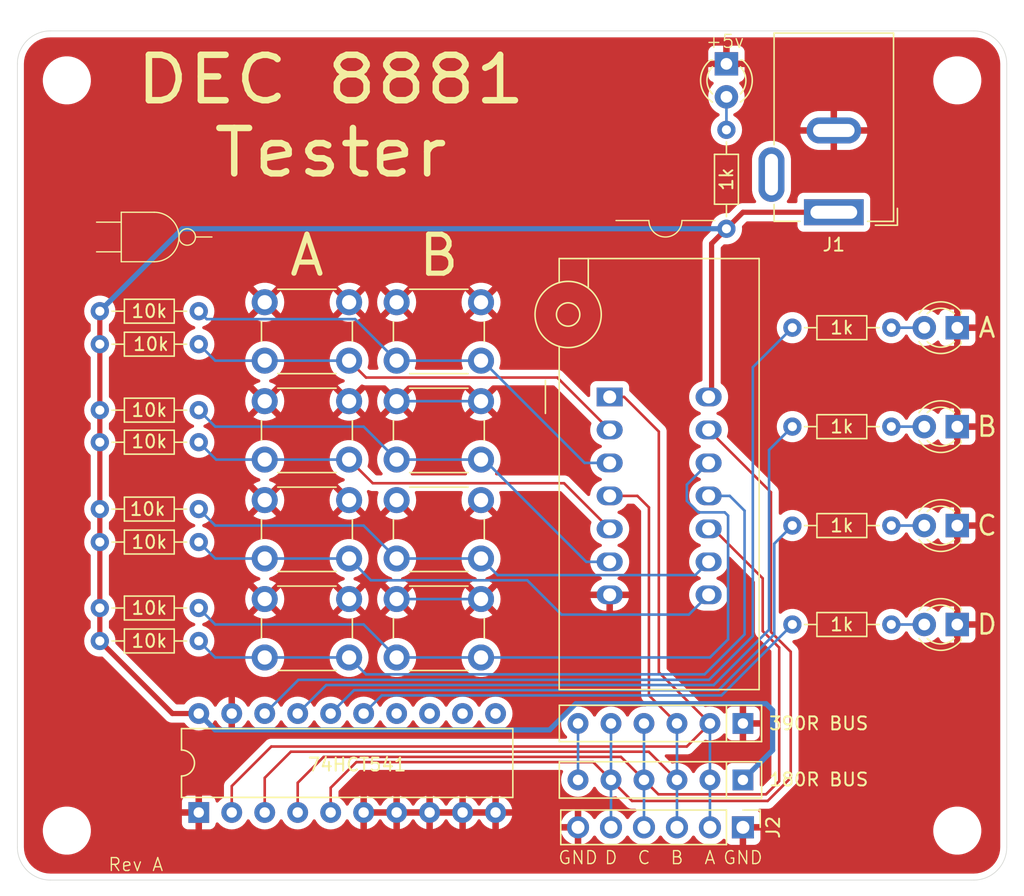
<source format=kicad_pcb>
(kicad_pcb (version 20240108) (generator "pcbnew") (generator_version "8.0")
  (layers (0 "F.Cu" signal) (31 "B.Cu" signal) (34 "B.Paste" user) (35 "F.Paste" user) (36 "B.SilkS" user "B.Silkscreen") (37 "F.SilkS" user "F.Silkscreen") (38 "B.Mask" user) (39 "F.Mask" user) (44 "Edge.Cuts" user))
  (net 0 "")
  (net 1 "GND")
  (net 2 "Net-(D1-A)")
  (net 3 "Net-(D2-A)")
  (net 4 "Net-(D3-A)")
  (net 5 "Net-(D4-A)")
  (net 6 "Net-(D5-A)")
  (net 7 "+5V")
  (net 8 "Net-(R2-Pad2)")
  (net 9 "Net-(R3-Pad2)")
  (net 10 "Net-(R4-Pad2)")
  (net 11 "Net-(R5-Pad2)")
  (net 12 "Net-(R6-Pad2)")
  (net 13 "Net-(R7-Pad2)")
  (net 14 "Net-(R8-Pad2)")
  (net 15 "Net-(R9-Pad2)")
  (net 16 "Net-(U2-Y0)")
  (net 17 "Net-(U2-Y1)")
  (net 18 "Net-(U2-Y2)")
  (net 19 "Net-(U2-Y3)")
  (net 20 "B")
  (net 21 "Net-(RN1-R5)")
  (net 22 "A")
  (net 23 "C")
  (net 24 "D")
  (footprint "Resistor_THT:R_Axial_DIN0204_L3.6mm_D1.6mm_P7.62mm_Horizontal" (layer "F.Cu") (at 121.539 103.505)
    (property "Reference" "R6" (hide yes))
    (property "Value" "10k" (at 3.81 0 0) (layer "F.SilkS"))
    (pad "1" thru_hole circle (at 0 0) (size 1.4 1.4) (drill 0.7) (layers "*.Cu" "*.Mask") (net 7 "+5V"))
    (pad "2" thru_hole oval (at 7.62 0) (size 1.4 1.4) (drill 0.7) (layers "*.Cu" "*.Mask") (net 12 "Net-(R6-Pad2)"))
  )
  (footprint "Button_Switch_THT:SW_PUSH_6mm_H4.3mm" (layer "F.Cu") (at 144.399 100.275)
    (property "Reference" "SW6" (hide yes))
    (property "Value" "Input B")
    (pad "1" thru_hole circle (at 0 0 90) (size 2 2) (drill 1.1) (layers "*.Cu" "*.Mask") (net 1 "GND"))
    (pad "1" thru_hole circle (at 6.5 0 90) (size 2 2) (drill 1.1) (layers "*.Cu" "*.Mask") (net 1 "GND"))
    (pad "2" thru_hole circle (at 0 4.5 90) (size 2 2) (drill 1.1) (layers "*.Cu" "*.Mask") (net 13 "Net-(R7-Pad2)"))
    (pad "2" thru_hole circle (at 6.5 4.5 90) (size 2 2) (drill 1.1) (layers "*.Cu" "*.Mask") (net 13 "Net-(R7-Pad2)"))
  )
  (footprint "Resistor_THT:R_Axial_DIN0204_L3.6mm_D1.6mm_P7.62mm_Horizontal" (layer "F.Cu") (at 121.539 100.965)
    (property "Reference" "R7" (hide yes))
    (property "Value" "10k" (at 3.683 0 0) (layer "F.SilkS"))
    (pad "1" thru_hole circle (at 0 0) (size 1.4 1.4) (drill 0.7) (layers "*.Cu" "*.Mask") (net 7 "+5V"))
    (pad "2" thru_hole oval (at 7.62 0) (size 1.4 1.4) (drill 0.7) (layers "*.Cu" "*.Mask") (net 13 "Net-(R7-Pad2)"))
  )
  (footprint "Resistor_THT:R_Axial_DIN0204_L3.6mm_D1.6mm_P7.62mm_Horizontal" (layer "F.Cu") (at 121.539 108.585)
    (property "Reference" "R9" (hide yes))
    (property "Value" "10k" (at 3.81 0 0) (layer "F.SilkS"))
    (pad "1" thru_hole circle (at 0 0) (size 1.4 1.4) (drill 0.7) (layers "*.Cu" "*.Mask") (net 7 "+5V"))
    (pad "2" thru_hole oval (at 7.62 0) (size 1.4 1.4) (drill 0.7) (layers "*.Cu" "*.Mask") (net 15 "Net-(R9-Pad2)"))
  )
  (footprint "Button_Switch_THT:SW_PUSH_6mm_H4.3mm" (layer "F.Cu") (at 134.239 107.895)
    (property "Reference" "SW7" (hide yes))
    (property "Value" "Input A")
    (pad "1" thru_hole circle (at 0 0 90) (size 2 2) (drill 1.1) (layers "*.Cu" "*.Mask") (net 1 "GND"))
    (pad "1" thru_hole circle (at 6.5 0 90) (size 2 2) (drill 1.1) (layers "*.Cu" "*.Mask") (net 1 "GND"))
    (pad "2" thru_hole circle (at 0 4.5 90) (size 2 2) (drill 1.1) (layers "*.Cu" "*.Mask") (net 14 "Net-(R8-Pad2)"))
    (pad "2" thru_hole circle (at 6.5 4.5 90) (size 2 2) (drill 1.1) (layers "*.Cu" "*.Mask") (net 14 "Net-(R8-Pad2)"))
  )
  (footprint "Resistor_THT:R_Array_SIP6" (layer "F.Cu") (at 171.069 117.475 180)
    (property "Reference" "RN2" (hide yes))
    (property "Value" "390R BUS" (at -5.842 0 0) (layer "F.SilkS"))
    (pad "1" thru_hole rect (at 0 0 180) (size 1.6 1.6) (drill 0.8) (layers "*.Cu" "*.Mask") (net 1 "GND"))
    (pad "2" thru_hole oval (at 2.54 0 180) (size 1.6 1.6) (drill 0.8) (layers "*.Cu" "*.Mask") (net 22 "A"))
    (pad "3" thru_hole oval (at 5.08 0 180) (size 1.6 1.6) (drill 0.8) (layers "*.Cu" "*.Mask") (net 20 "B"))
    (pad "4" thru_hole oval (at 7.62 0 180) (size 1.6 1.6) (drill 0.8) (layers "*.Cu" "*.Mask") (net 23 "C"))
    (pad "5" thru_hole oval (at 10.16 0 180) (size 1.6 1.6) (drill 0.8) (layers "*.Cu" "*.Mask") (net 24 "D"))
    (pad "6" thru_hole oval (at 12.7 0 180) (size 1.6 1.6) (drill 0.8) (layers "*.Cu" "*.Mask") (net 21 "Net-(RN1-R5)"))
  )
  (footprint "Resistor_THT:R_Axial_DIN0204_L3.6mm_D1.6mm_P7.62mm_Horizontal" (layer "F.Cu") (at 121.539 93.345)
    (property "Reference" "R5" (hide yes))
    (property "Value" "10k" (at 3.81 0 0) (layer "F.SilkS"))
    (pad "1" thru_hole circle (at 0 0) (size 1.4 1.4) (drill 0.7) (layers "*.Cu" "*.Mask") (net 7 "+5V"))
    (pad "2" thru_hole oval (at 7.62 0) (size 1.4 1.4) (drill 0.7) (layers "*.Cu" "*.Mask") (net 11 "Net-(R5-Pad2)"))
  )
  (footprint "Button_Switch_THT:SW_PUSH_6mm_H4.3mm" (layer "F.Cu") (at 134.239 85.035)
    (property "Reference" "SW1" (hide yes))
    (property "Value" "Input A")
    (pad "1" thru_hole circle (at 0 0 90) (size 2 2) (drill 1.1) (layers "*.Cu" "*.Mask") (net 1 "GND"))
    (pad "1" thru_hole circle (at 6.5 0 90) (size 2 2) (drill 1.1) (layers "*.Cu" "*.Mask") (net 1 "GND"))
    (pad "2" thru_hole circle (at 0 4.5 90) (size 2 2) (drill 1.1) (layers "*.Cu" "*.Mask") (net 8 "Net-(R2-Pad2)"))
    (pad "2" thru_hole circle (at 6.5 4.5 90) (size 2 2) (drill 1.1) (layers "*.Cu" "*.Mask") (net 8 "Net-(R2-Pad2)"))
  )
  (footprint "LED_THT:LED_D3.0mm" (layer "F.Cu") (at 187.579 86.995 180)
    (property "Reference" "D2" (hide yes))
    (property "Value" "LED")
    (pad "1" thru_hole rect (at 0 0 180) (size 1.8 1.8) (drill 0.9) (layers "*.Cu" "*.Mask") (net 1 "GND"))
    (pad "2" thru_hole circle (at 2.54 0 180) (size 1.8 1.8) (drill 0.9) (layers "*.Cu" "*.Mask") (net 3 "Net-(D2-A)"))
  )
  (footprint "Button_Switch_THT:SW_PUSH_6mm_H4.3mm" (layer "F.Cu") (at 144.399 92.655)
    (property "Reference" "SW4" (hide yes))
    (property "Value" "Input B")
    (pad "1" thru_hole circle (at 0 0 90) (size 2 2) (drill 1.1) (layers "*.Cu" "*.Mask") (net 1 "GND"))
    (pad "1" thru_hole circle (at 6.5 0 90) (size 2 2) (drill 1.1) (layers "*.Cu" "*.Mask") (net 1 "GND"))
    (pad "2" thru_hole circle (at 0 4.5 90) (size 2 2) (drill 1.1) (layers "*.Cu" "*.Mask") (net 11 "Net-(R5-Pad2)"))
    (pad "2" thru_hole circle (at 6.5 4.5 90) (size 2 2) (drill 1.1) (layers "*.Cu" "*.Mask") (net 11 "Net-(R5-Pad2)"))
  )
  (footprint "Resistor_THT:R_Axial_DIN0204_L3.6mm_D1.6mm_P7.62mm_Horizontal" (layer "F.Cu") (at 121.539 88.265)
    (property "Reference" "R2" (hide yes))
    (property "Value" "10k" (at 3.937 0 0) (layer "F.SilkS"))
    (pad "1" thru_hole circle (at 0 0) (size 1.4 1.4) (drill 0.7) (layers "*.Cu" "*.Mask") (net 7 "+5V"))
    (pad "2" thru_hole oval (at 7.62 0) (size 1.4 1.4) (drill 0.7) (layers "*.Cu" "*.Mask") (net 8 "Net-(R2-Pad2)"))
  )
  (footprint "MountingHole:MountingHole_3.2mm_M3" (layer "F.Cu") (at 118.999 125.73)
    (property "Reference" "H2" (hide yes))
    (property "Value" "MountingHole")
    (pad "" np_thru_hole circle (at 0 0) (size 3.2 3.2) (drill 3.2) (layers "*.Cu" "*.Mask"))
  )
  (footprint "Resistor_THT:R_Axial_DIN0204_L3.6mm_D1.6mm_P7.62mm_Horizontal" (layer "F.Cu") (at 174.879 102.235)
    (property "Reference" "R12" (hide yes))
    (property "Value" "1k" (at 3.81 0 0) (layer "F.SilkS"))
    (pad "1" thru_hole circle (at 0 0) (size 1.4 1.4) (drill 0.7) (layers "*.Cu" "*.Mask") (net 18 "Net-(U2-Y2)"))
    (pad "2" thru_hole oval (at 7.62 0) (size 1.4 1.4) (drill 0.7) (layers "*.Cu" "*.Mask") (net 5 "Net-(D4-A)"))
  )
  (footprint "Socket:DIP_Socket-14_W4.3_W5.08_W7.62_W10.16_W10.9_3M_214-3339-00-0602J" (layer "F.Cu") (at 160.8074 92.329)
    (property "Reference" "U1" (hide yes))
    (property "Value" "~")
    (pad "1" thru_hole rect (at 0 0) (size 2 1.44) (drill 1) (layers "*.Cu" "*.Mask") (net 22 "A"))
    (pad "2" thru_hole oval (at 0 2.54) (size 2 1.44) (drill 1) (layers "*.Cu" "*.Mask") (net 8 "Net-(R2-Pad2)"))
    (pad "3" thru_hole oval (at 0 5.08) (size 2 1.44) (drill 1) (layers "*.Cu" "*.Mask") (net 9 "Net-(R3-Pad2)"))
    (pad "4" thru_hole oval (at 0 7.62) (size 2 1.44) (drill 1) (layers "*.Cu" "*.Mask") (net 20 "B"))
    (pad "5" thru_hole oval (at 0 10.16) (size 2 1.44) (drill 1) (layers "*.Cu" "*.Mask") (net 10 "Net-(R4-Pad2)"))
    (pad "6" thru_hole oval (at 0 12.7) (size 2 1.44) (drill 1) (layers "*.Cu" "*.Mask") (net 11 "Net-(R5-Pad2)"))
    (pad "7" thru_hole oval (at 0 15.24) (size 2 1.44) (drill 1) (layers "*.Cu" "*.Mask") (net 1 "GND"))
    (pad "8" thru_hole oval (at 7.62 15.24) (size 2 1.44) (drill 1) (layers "*.Cu" "*.Mask") (net 12 "Net-(R6-Pad2)"))
    (pad "9" thru_hole oval (at 7.62 12.7) (size 2 1.44) (drill 1) (layers "*.Cu" "*.Mask") (net 13 "Net-(R7-Pad2)"))
    (pad "10" thru_hole oval (at 7.62 10.16) (size 2 1.44) (drill 1) (layers "*.Cu" "*.Mask") (net 23 "C"))
    (pad "11" thru_hole oval (at 7.62 7.62) (size 2 1.44) (drill 1) (layers "*.Cu" "*.Mask") (net 14 "Net-(R8-Pad2)"))
    (pad "12" thru_hole oval (at 7.62 5.08) (size 2 1.44) (drill 1) (layers "*.Cu" "*.Mask") (net 15 "Net-(R9-Pad2)"))
    (pad "13" thru_hole oval (at 7.62 2.54) (size 2 1.44) (drill 1) (layers "*.Cu" "*.Mask") (net 24 "D"))
    (pad "14" thru_hole oval (at 7.62 0) (size 2 1.44) (drill 1) (layers "*.Cu" "*.Mask") (net 7 "+5V"))
  )
  (footprint "LED_THT:LED_D3.0mm" (layer "F.Cu") (at 187.579 109.855 180)
    (property "Reference" "D5" (hide yes))
    (property "Value" "LED")
    (pad "1" thru_hole rect (at 0 0 180) (size 1.8 1.8) (drill 0.9) (layers "*.Cu" "*.Mask") (net 1 "GND"))
    (pad "2" thru_hole circle (at 2.54 0 180) (size 1.8 1.8) (drill 0.9) (layers "*.Cu" "*.Mask") (net 6 "Net-(D5-A)"))
  )
  (footprint "Resistor_THT:R_Axial_DIN0204_L3.6mm_D1.6mm_P7.62mm_Horizontal" (layer "F.Cu") (at 174.879 109.855)
    (property "Reference" "R13" (hide yes))
    (property "Value" "1k" (at 3.81 0 0) (layer "F.SilkS"))
    (pad "1" thru_hole circle (at 0 0) (size 1.4 1.4) (drill 0.7) (layers "*.Cu" "*.Mask") (net 19 "Net-(U2-Y3)"))
    (pad "2" thru_hole oval (at 7.62 0) (size 1.4 1.4) (drill 0.7) (layers "*.Cu" "*.Mask") (net 6 "Net-(D5-A)"))
  )
  (footprint "Resistor_THT:R_Array_SIP6" (layer "F.Cu") (at 171.069 121.825 180)
    (property "Reference" "RN1" (hide yes))
    (property "Value" "180R BUS" (at -5.842 0.032 0) (layer "F.SilkS"))
    (pad "1" thru_hole rect (at 0 0 180) (size 1.6 1.6) (drill 0.8) (layers "*.Cu" "*.Mask") (net 7 "+5V"))
    (pad "2" thru_hole oval (at 2.54 0 180) (size 1.6 1.6) (drill 0.8) (layers "*.Cu" "*.Mask") (net 22 "A"))
    (pad "3" thru_hole oval (at 5.08 0 180) (size 1.6 1.6) (drill 0.8) (layers "*.Cu" "*.Mask") (net 20 "B"))
    (pad "4" thru_hole oval (at 7.62 0 180) (size 1.6 1.6) (drill 0.8) (layers "*.Cu" "*.Mask") (net 23 "C"))
    (pad "5" thru_hole oval (at 10.16 0 180) (size 1.6 1.6) (drill 0.8) (layers "*.Cu" "*.Mask") (net 24 "D"))
    (pad "6" thru_hole oval (at 12.7 0 180) (size 1.6 1.6) (drill 0.8) (layers "*.Cu" "*.Mask") (net 21 "Net-(RN1-R5)"))
  )
  (footprint "Package_DIP:DIP-20_W7.62mm" (layer "F.Cu") (at 129.159 124.333 90)
    (property "Reference" "U2" (hide yes))
    (property "Value" "74HCT541" (at 3.683 12.192 180) (layer "F.SilkS"))
    (pad "1" thru_hole rect (at 0 0 90) (size 1.6 1.6) (drill 0.8) (layers "*.Cu" "*.Mask") (net 1 "GND"))
    (pad "2" thru_hole oval (at 0 2.54 90) (size 1.6 1.6) (drill 0.8) (layers "*.Cu" "*.Mask") (net 22 "A"))
    (pad "3" thru_hole oval (at 0 5.08 90) (size 1.6 1.6) (drill 0.8) (layers "*.Cu" "*.Mask") (net 20 "B"))
    (pad "4" thru_hole oval (at 0 7.62 90) (size 1.6 1.6) (drill 0.8) (layers "*.Cu" "*.Mask") (net 23 "C"))
    (pad "5" thru_hole oval (at 0 10.16 90) (size 1.6 1.6) (drill 0.8) (layers "*.Cu" "*.Mask") (net 24 "D"))
    (pad "6" thru_hole oval (at 0 12.7 90) (size 1.6 1.6) (drill 0.8) (layers "*.Cu" "*.Mask") (net 1 "GND"))
    (pad "7" thru_hole oval (at 0 15.24 90) (size 1.6 1.6) (drill 0.8) (layers "*.Cu" "*.Mask") (net 1 "GND"))
    (pad "8" thru_hole oval (at 0 17.78 90) (size 1.6 1.6) (drill 0.8) (layers "*.Cu" "*.Mask") (net 1 "GND"))
    (pad "9" thru_hole oval (at 0 20.32 90) (size 1.6 1.6) (drill 0.8) (layers "*.Cu" "*.Mask") (net 1 "GND"))
    (pad "10" thru_hole oval (at 0 22.86 90) (size 1.6 1.6) (drill 0.8) (layers "*.Cu" "*.Mask") (net 1 "GND"))
    (pad "11" thru_hole oval (at 7.62 22.86 90) (size 1.6 1.6) (drill 0.8) (layers "*.Cu" "*.Mask"))
    (pad "12" thru_hole oval (at 7.62 20.32 90) (size 1.6 1.6) (drill 0.8) (layers "*.Cu" "*.Mask"))
    (pad "13" thru_hole oval (at 7.62 17.78 90) (size 1.6 1.6) (drill 0.8) (layers "*.Cu" "*.Mask"))
    (pad "14" thru_hole oval (at 7.62 15.24 90) (size 1.6 1.6) (drill 0.8) (layers "*.Cu" "*.Mask"))
    (pad "15" thru_hole oval (at 7.62 12.7 90) (size 1.6 1.6) (drill 0.8) (layers "*.Cu" "*.Mask") (net 19 "Net-(U2-Y3)"))
    (pad "16" thru_hole oval (at 7.62 10.16 90) (size 1.6 1.6) (drill 0.8) (layers "*.Cu" "*.Mask") (net 18 "Net-(U2-Y2)"))
    (pad "17" thru_hole oval (at 7.62 7.62 90) (size 1.6 1.6) (drill 0.8) (layers "*.Cu" "*.Mask") (net 17 "Net-(U2-Y1)"))
    (pad "18" thru_hole oval (at 7.62 5.08 90) (size 1.6 1.6) (drill 0.8) (layers "*.Cu" "*.Mask") (net 16 "Net-(U2-Y0)"))
    (pad "19" thru_hole oval (at 7.62 2.54 90) (size 1.6 1.6) (drill 0.8) (layers "*.Cu" "*.Mask") (net 1 "GND"))
    (pad "20" thru_hole oval (at 7.62 0 90) (size 1.6 1.6) (drill 0.8) (layers "*.Cu" "*.Mask") (net 7 "+5V"))
  )
  (footprint "Button_Switch_THT:SW_PUSH_6mm_H4.3mm" (layer "F.Cu") (at 134.239 92.655)
    (property "Reference" "SW3" (hide yes))
    (property "Value" "Input A")
    (pad "1" thru_hole circle (at 0 0 90) (size 2 2) (drill 1.1) (layers "*.Cu" "*.Mask") (net 1 "GND"))
    (pad "1" thru_hole circle (at 6.5 0 90) (size 2 2) (drill 1.1) (layers "*.Cu" "*.Mask") (net 1 "GND"))
    (pad "2" thru_hole circle (at 0 4.5 90) (size 2 2) (drill 1.1) (layers "*.Cu" "*.Mask") (net 10 "Net-(R4-Pad2)"))
    (pad "2" thru_hole circle (at 6.5 4.5 90) (size 2 2) (drill 1.1) (layers "*.Cu" "*.Mask") (net 10 "Net-(R4-Pad2)"))
  )
  (footprint "LED_THT:LED_D3.0mm" (layer "F.Cu") (at 187.579 102.235 180)
    (property "Reference" "D4" (hide yes))
    (property "Value" "LED")
    (pad "1" thru_hole rect (at 0 0 180) (size 1.8 1.8) (drill 0.9) (layers "*.Cu" "*.Mask") (net 1 "GND"))
    (pad "2" thru_hole circle (at 2.54 0 180) (size 1.8 1.8) (drill 0.9) (layers "*.Cu" "*.Mask") (net 5 "Net-(D4-A)"))
  )
  (footprint "Button_Switch_THT:SW_PUSH_6mm_H4.3mm" (layer "F.Cu") (at 134.239 100.275)
    (property "Reference" "SW5" (hide yes))
    (property "Value" "Input A")
    (pad "1" thru_hole circle (at 0 0 90) (size 2 2) (drill 1.1) (layers "*.Cu" "*.Mask") (net 1 "GND"))
    (pad "1" thru_hole circle (at 6.5 0 90) (size 2 2) (drill 1.1) (layers "*.Cu" "*.Mask") (net 1 "GND"))
    (pad "2" thru_hole circle (at 0 4.5 90) (size 2 2) (drill 1.1) (layers "*.Cu" "*.Mask") (net 12 "Net-(R6-Pad2)"))
    (pad "2" thru_hole circle (at 6.5 4.5 90) (size 2 2) (drill 1.1) (layers "*.Cu" "*.Mask") (net 12 "Net-(R6-Pad2)"))
  )
  (footprint "Resistor_THT:R_Axial_DIN0204_L3.6mm_D1.6mm_P7.62mm_Horizontal" (layer "F.Cu") (at 174.879 86.995)
    (property "Reference" "R10" (hide yes))
    (property "Value" "1k" (at 3.81 0 0) (layer "F.SilkS"))
    (pad "1" thru_hole circle (at 0 0) (size 1.4 1.4) (drill 0.7) (layers "*.Cu" "*.Mask") (net 16 "Net-(U2-Y0)"))
    (pad "2" thru_hole oval (at 7.62 0) (size 1.4 1.4) (drill 0.7) (layers "*.Cu" "*.Mask") (net 3 "Net-(D2-A)"))
  )
  (footprint "Resistor_THT:R_Axial_DIN0204_L3.6mm_D1.6mm_P7.62mm_Horizontal" (layer "F.Cu") (at 121.539 111.125)
    (property "Reference" "R8" (hide yes))
    (property "Value" "10k" (at 3.81 0 0) (layer "F.SilkS"))
    (pad "1" thru_hole circle (at 0 0) (size 1.4 1.4) (drill 0.7) (layers "*.Cu" "*.Mask") (net 7 "+5V"))
    (pad "2" thru_hole oval (at 7.62 0) (size 1.4 1.4) (drill 0.7) (layers "*.Cu" "*.Mask") (net 14 "Net-(R8-Pad2)"))
  )
  (footprint "Resistor_THT:R_Axial_DIN0204_L3.6mm_D1.6mm_P7.62mm_Horizontal" (layer "F.Cu") (at 121.539 85.725)
    (property "Reference" "R3" (hide yes))
    (property "Value" "10k" (at 3.81 0 0) (layer "F.SilkS"))
    (pad "1" thru_hole circle (at 0 0) (size 1.4 1.4) (drill 0.7) (layers "*.Cu" "*.Mask") (net 7 "+5V"))
    (pad "2" thru_hole oval (at 7.62 0) (size 1.4 1.4) (drill 0.7) (layers "*.Cu" "*.Mask") (net 9 "Net-(R3-Pad2)"))
  )
  (footprint "MountingHole:MountingHole_3.2mm_M3" (layer "F.Cu") (at 118.999 67.945)
    (property "Reference" "H1" (hide yes))
    (property "Value" "MountingHole")
    (pad "" np_thru_hole circle (at 0 0) (size 3.2 3.2) (drill 3.2) (layers "*.Cu" "*.Mask"))
  )
  (footprint "MountingHole:MountingHole_3.2mm_M3" (layer "F.Cu") (at 187.579 125.73)
    (property "Reference" "H3" (hide yes))
    (property "Value" "MountingHole")
    (pad "" np_thru_hole circle (at 0 0) (size 3.2 3.2) (drill 3.2) (layers "*.Cu" "*.Mask"))
  )
  (footprint "LED_THT:LED_D3.0mm" (layer "F.Cu") (at 169.799 66.675 -90)
    (property "Reference" "D1" (hide yes))
    (property "Value" "LED")
    (pad "1" thru_hole rect (at 0 0 270) (size 1.8 1.8) (drill 0.9) (layers "*.Cu" "*.Mask") (net 1 "GND"))
    (pad "2" thru_hole circle (at 2.54 0 270) (size 1.8 1.8) (drill 0.9) (layers "*.Cu" "*.Mask") (net 2 "Net-(D1-A)"))
  )
  (footprint "LED_THT:LED_D3.0mm" (layer "F.Cu") (at 187.579 94.615 180)
    (property "Reference" "D3" (hide yes))
    (property "Value" "LED")
    (pad "1" thru_hole rect (at 0 0 180) (size 1.8 1.8) (drill 0.9) (layers "*.Cu" "*.Mask") (net 1 "GND"))
    (pad "2" thru_hole circle (at 2.54 0 180) (size 1.8 1.8) (drill 0.9) (layers "*.Cu" "*.Mask") (net 4 "Net-(D3-A)"))
  )
  (footprint "Button_Switch_THT:SW_PUSH_6mm_H4.3mm" (layer "F.Cu") (at 144.399 107.895)
    (property "Reference" "SW8" (hide yes))
    (property "Value" "Input B")
    (pad "1" thru_hole circle (at 0 0 90) (size 2 2) (drill 1.1) (layers "*.Cu" "*.Mask") (net 1 "GND"))
    (pad "1" thru_hole circle (at 6.5 0 90) (size 2 2) (drill 1.1) (layers "*.Cu" "*.Mask") (net 1 "GND"))
    (pad "2" thru_hole circle (at 0 4.5 90) (size 2 2) (drill 1.1) (layers "*.Cu" "*.Mask") (net 15 "Net-(R9-Pad2)"))
    (pad "2" thru_hole circle (at 6.5 4.5 90) (size 2 2) (drill 1.1) (layers "*.Cu" "*.Mask") (net 15 "Net-(R9-Pad2)"))
  )
  (footprint "MountingHole:MountingHole_3.2mm_M3" (layer "F.Cu") (at 187.579 67.945)
    (property "Reference" "H4" (hide yes))
    (property "Value" "MountingHole")
    (pad "" np_thru_hole circle (at 0 0) (size 3.2 3.2) (drill 3.2) (layers "*.Cu" "*.Mask"))
  )
  (footprint "Resistor_THT:R_Axial_DIN0204_L3.6mm_D1.6mm_P7.62mm_Horizontal" (layer "F.Cu") (at 169.799 79.375 90)
    (property "Reference" "R1" (hide yes))
    (property "Value" "1k" (at 3.81 0 90) (layer "F.SilkS"))
    (pad "1" thru_hole circle (at 0 0 90) (size 1.4 1.4) (drill 0.7) (layers "*.Cu" "*.Mask") (net 7 "+5V"))
    (pad "2" thru_hole oval (at 7.62 0 90) (size 1.4 1.4) (drill 0.7) (layers "*.Cu" "*.Mask") (net 2 "Net-(D1-A)"))
  )
  (footprint "Resistor_THT:R_Axial_DIN0204_L3.6mm_D1.6mm_P7.62mm_Horizontal" (layer "F.Cu") (at 121.539 95.815)
    (property "Reference" "R4" (hide yes))
    (property "Value" "10k" (at 3.81 -0.057 0) (layer "F.SilkS"))
    (pad "1" thru_hole circle (at 0 0) (size 1.4 1.4) (drill 0.7) (layers "*.Cu" "*.Mask") (net 7 "+5V"))
    (pad "2" thru_hole oval (at 7.62 0) (size 1.4 1.4) (drill 0.7) (layers "*.Cu" "*.Mask") (net 10 "Net-(R4-Pad2)"))
  )
  (footprint "Connector_BarrelJack:BarrelJack_GCT_DCJ200-10-A_Horizontal" (layer "F.Cu") (at 178.069 78.105 180)
    (property "Reference" "J1" (at 0 -2.5 0) (layer "F.SilkS"))
    (property "Value" "Barrel_Jack")
    (pad "1" thru_hole rect (at 0 0 180) (size 4.6 2) (drill oval 3.6 1) (layers "*.Cu" "*.Mask") (net 7 "+5V"))
    (pad "2" thru_hole oval (at 0 6.3 180) (size 4.2 2) (drill oval 3.2 1) (layers "*.Cu" "*.Mask") (net 1 "GND"))
    (pad "3" thru_hole oval (at 4.8 2.9 180) (size 2 4.2) (drill oval 1 3.2) (layers "*.Cu" "*.Mask"))
  )
  (footprint "Connector_PinHeader_2.54mm:PinHeader_1x06_P2.54mm_Vertical" (layer "F.Cu") (at 171.069 125.476 -90)
    (property "Reference" "J2" (at 0 -2.33 -90) (layer "F.SilkS"))
    (property "Value" "Conn_01x06_Pin" (hide yes))
    (pad "1" thru_hole rect (at 0 0 270) (size 1.7 1.7) (drill 1) (layers "*.Cu" "*.Mask") (net 1 "GND"))
    (pad "2" thru_hole oval (at 0 2.54 270) (size 1.7 1.7) (drill 1) (layers "*.Cu" "*.Mask") (net 22 "A"))
    (pad "3" thru_hole oval (at 0 5.08 270) (size 1.7 1.7) (drill 1) (layers "*.Cu" "*.Mask") (net 20 "B"))
    (pad "4" thru_hole oval (at 0 7.62 270) (size 1.7 1.7) (drill 1) (layers "*.Cu" "*.Mask") (net 23 "C"))
    (pad "5" thru_hole oval (at 0 10.16 270) (size 1.7 1.7) (drill 1) (layers "*.Cu" "*.Mask") (net 24 "D"))
    (pad "6" thru_hole oval (at 0 12.7 270) (size 1.7 1.7) (drill 1) (layers "*.Cu" "*.Mask") (net 1 "GND"))
  )
  (footprint "Button_Switch_THT:SW_PUSH_6mm_H4.3mm" (layer "F.Cu") (at 144.399 85.035)
    (property "Reference" "SW2" (hide yes))
    (property "Value" "Input B")
    (pad "1" thru_hole circle (at 0 0 90) (size 2 2) (drill 1.1) (layers "*.Cu" "*.Mask") (net 1 "GND"))
    (pad "1" thru_hole circle (at 6.5 0 90) (size 2 2) (drill 1.1) (layers "*.Cu" "*.Mask") (net 1 "GND"))
    (pad "2" thru_hole circle (at 0 4.5 90) (size 2 2) (drill 1.1) (layers "*.Cu" "*.Mask") (net 9 "Net-(R3-Pad2)"))
    (pad "2" thru_hole circle (at 6.5 4.5 90) (size 2 2) (drill 1.1) (layers "*.Cu" "*.Mask") (net 9 "Net-(R3-Pad2)"))
  )
  (footprint "Resistor_THT:R_Axial_DIN0204_L3.6mm_D1.6mm_P7.62mm_Horizontal" (layer "F.Cu") (at 174.879 94.615)
    (property "Reference" "R11" (hide yes))
    (property "Value" "1k" (at 3.81 0 0) (layer "F.SilkS"))
    (pad "1" thru_hole circle (at 0 0) (size 1.4 1.4) (drill 0.7) (layers "*.Cu" "*.Mask") (net 17 "Net-(U2-Y1)"))
    (pad "2" thru_hole oval (at 7.62 0) (size 1.4 1.4) (drill 0.7) (layers "*.Cu" "*.Mask") (net 4 "Net-(D3-A)"))
  )
  (gr_line (start 125.73 78.105) (end 123.19 78.105) (stroke (width 0.1)) (layer "F.SilkS"))
  (gr_arc (start 125.73 78.105) (mid 127.635 80.01) (end 125.73 81.915) (stroke (width 0.1)) (layer "F.SilkS"))
  (gr_circle (center 128.27 80.01) (end 128.27 79.375) (stroke (width 0.1)) (fill none) (layer "F.SilkS"))
  (gr_line (start 123.19 81.915) (end 125.73 81.915) (stroke (width 0.1)) (layer "F.SilkS"))
  (gr_arc (start 166.37 78.74) (mid 165.1 80.01) (end 163.83 78.74) (stroke (width 0.1)) (layer "F.SilkS"))
  (gr_line (start 128.905 80.01) (end 130.175 80.01) (stroke (width 0.1)) (layer "F.SilkS"))
  (gr_line (start 123.19 78.105) (end 123.19 81.915) (stroke (width 0.1)) (layer "F.SilkS"))
  (gr_line (start 166.37 78.74) (end 168.91 78.74) (stroke (width 0.1)) (layer "F.SilkS"))
  (gr_line (start 163.83 78.74) (end 161.29 78.74) (stroke (width 0.1)) (layer "F.SilkS"))
  (gr_line (start 123.19 81.153) (end 121.285 81.153) (stroke (width 0.1)) (layer "F.SilkS"))
  (gr_line (start 123.19 78.867) (end 121.285 78.867) (stroke (width 0.1)) (layer "F.SilkS"))
  (gr_arc (start 191.389 127) (mid 190.645051 128.796051) (end 188.849 129.54) (stroke (width 0.05)) (layer "Edge.Cuts"))
  (gr_arc (start 117.729 129.54) (mid 115.932949 128.796051) (end 115.189 127) (stroke (width 0.05)) (layer "Edge.Cuts"))
  (gr_line (start 115.189 127) (end 115.189 66.675) (stroke (width 0.05)) (layer "Edge.Cuts"))
  (gr_arc (start 115.189 66.675) (mid 115.932949 64.878949) (end 117.729 64.135) (stroke (width 0.05)) (layer "Edge.Cuts"))
  (gr_line (start 117.729 64.135) (end 188.849 64.135) (stroke (width 0.05)) (layer "Edge.Cuts"))
  (gr_arc (start 188.849 64.135) (mid 190.645051 64.878949) (end 191.389 66.675) (stroke (width 0.05)) (layer "Edge.Cuts"))
  (gr_line (start 188.849 129.54) (end 117.729 129.54) (stroke (width 0.05)) (layer "Edge.Cuts"))
  (gr_line (start 191.389 66.675) (end 191.389 127) (stroke (width 0.05)) (layer "Edge.Cuts"))
  (gr_text "C" (at 189.865 102.235 0) (layer "F.SilkS") (effects (font (size 1.5 1.5) (thickness 0.2))))
  (gr_text "Rev A" (at 124.3076 128.9304 -0) (layer "F.SilkS") (effects (font (size 1 1) (thickness 0.1)) (justify bottom)))
  (gr_text "+5v" (at 168.148 65.532 0) (layer "F.SilkS") (effects (font (size 1 1) (thickness 0.1)) (justify left bottom)))
  (gr_text "GND" (at 171.069 128.397 0) (layer "F.SilkS") (effects (font (size 1 1) (thickness 0.1)) (justify bottom)))
  (gr_text "D" (at 160.909 128.397 0) (layer "F.SilkS") (effects (font (size 1 1) (thickness 0.1)) (justify bottom)))
  (gr_text "A" (at 189.865 86.995 0) (layer "F.SilkS") (effects (font (size 1.5 1.5) (thickness 0.2))))
  (gr_text "D" (at 189.865 109.855 0) (layer "F.SilkS") (effects (font (size 1.5 1.5) (thickness 0.2))))
  (gr_text "A" (at 168.529 128.397 0) (layer "F.SilkS") (effects (font (size 1 1) (thickness 0.1)) (justify bottom)))
  (gr_text "A" (at 137.489 83.185 0) (layer "F.SilkS") (effects (font (size 3 3) (thickness 0.4)) (justify bottom)))
  (gr_text "GND" (at 158.369 128.397 0) (layer "F.SilkS") (effects (font (size 1 1) (thickness 0.1)) (justify bottom)))
  (gr_text "DEC 8881\nTester" (at 139.319 75.565 0) (layer "F.SilkS") (effects (font (size 3.5 4) (thickness 0.5)) (justify bottom)))
  (gr_text "B" (at 165.989 128.397 0) (layer "F.SilkS") (effects (font (size 1 1) (thickness 0.1)) (justify bottom)))
  (gr_text "B" (at 147.649 83.185 0) (layer "F.SilkS") (effects (font (size 3 3) (thickness 0.4)) (justify bottom)))
  (gr_text "C" (at 163.449 128.397 0) (layer "F.SilkS") (effects (font (size 1 1) (thickness 0.1)) (justify bottom)))
  (gr_text "B" (at 189.865 94.615 0) (layer "F.SilkS") (effects (font (size 1.5 1.5) (thickness 0.2))))
  (segment (start 144.399 107.895) (end 150.899 107.895) (width 0.2) (layer "B.Cu") (net 1))
  (segment (start 144.399 92.655) (end 150.899 92.655) (width 0.2) (layer "B.Cu") (net 1))
  (segment (start 169.799 71.755) (end 169.799 69.215) (width 0.2) (layer "B.Cu") (net 2))
  (segment (start 182.499 86.995) (end 185.039 86.995) (width 0.2) (layer "B.Cu") (net 3))
  (segment (start 182.499 94.615) (end 185.039 94.615) (width 0.2) (layer "B.Cu") (net 4))
  (segment (start 182.499 102.235) (end 185.039 102.235) (width 0.2) (layer "B.Cu") (net 5))
  (segment (start 182.499 109.855) (end 185.039 109.855) (width 0.2) (layer "B.Cu") (net 6))
  (segment (start 168.656 80.518) (end 168.656 92.1004) (width 0.4) (layer "F.Cu") (net 7))
  (segment (start 121.539 111.125) (end 127.127 116.713) (width 0.4) (layer "F.Cu") (net 7))
  (segment (start 168.656 92.1004) (end 168.4274 92.329) (width 0.4) (layer "F.Cu") (net 7))
  (segment (start 121.539 85.725) (end 121.539 111.125) (width 0.4) (layer "F.Cu") (net 7))
  (segment (start 171.069 78.105) (end 169.799 79.375) (width 0.4) (layer "F.Cu") (net 7))
  (segment (start 178.069 78.105) (end 171.069 78.105) (width 0.4) (layer "F.Cu") (net 7))
  (segment (start 127.127 116.713) (end 129.159 116.713) (width 0.4) (layer "F.Cu") (net 7))
  (segment (start 169.799 79.375) (end 168.656 80.518) (width 0.4) (layer "F.Cu") (net 7))
  (segment (start 173.355 116.459) (end 173.355 119.539) (width 0.4) (layer "B.Cu") (net 7))
  (segment (start 172.847 115.951) (end 173.355 116.459) (width 0.4) (layer "B.Cu") (net 7))
  (segment (start 130.418057 117.972057) (end 156.174886 117.972057) (width 0.4) (layer "B.Cu") (net 7))
  (segment (start 127.889 79.375) (end 169.799 79.375) (width 0.4) (layer "B.Cu") (net 7))
  (segment (start 156.174886 117.972057) (end 158.195943 115.951) (width 0.4) (layer "B.Cu") (net 7))
  (segment (start 173.355 119.539) (end 171.069 121.825) (width 0.4) (layer "B.Cu") (net 7))
  (segment (start 129.159 116.713) (end 130.418057 117.972057) (width 0.4) (layer "B.Cu") (net 7))
  (segment (start 158.195943 115.951) (end 172.847 115.951) (width 0.4) (layer "B.Cu") (net 7))
  (segment (start 121.539 85.725) (end 127.889 79.375) (width 0.4) (layer "B.Cu") (net 7))
  (segment (start 142.039 90.835) (end 156.7734 90.835) (width 0.2) (layer "F.Cu") (net 8))
  (segment (start 140.739 89.535) (end 142.039 90.835) (width 0.2) (layer "F.Cu") (net 8))
  (segment (start 156.7734 90.835) (end 160.8074 94.869) (width 0.2) (layer "F.Cu") (net 8))
  (segment (start 134.239 89.535) (end 140.739 89.535) (width 0.2) (layer "B.Cu") (net 8))
  (segment (start 130.429 89.535) (end 129.159 88.265) (width 0.2) (layer "B.Cu") (net 8))
  (segment (start 134.239 89.535) (end 130.429 89.535) (width 0.2) (layer "B.Cu") (net 8))
  (segment (start 129.769 86.335) (end 141.199 86.335) (width 0.2) (layer "B.Cu") (net 9))
  (segment (start 150.899 89.535) (end 151.003 89.535) (width 0.2) (layer "B.Cu") (net 9))
  (segment (start 129.159 85.725) (end 129.769 86.335) (width 0.2) (layer "B.Cu") (net 9))
  (segment (start 141.199 86.335) (end 144.399 89.535) (width 0.2) (layer "B.Cu") (net 9))
  (segment (start 151.003 89.535) (end 158.877 97.409) (width 0.2) (layer "B.Cu") (net 9))
  (segment (start 158.877 97.409) (end 160.8074 97.409) (width 0.2) (layer "B.Cu") (net 9))
  (segment (start 144.399 89.535) (end 150.899 89.535) (width 0.2) (layer "B.Cu") (net 9))
  (segment (start 157.2934 98.975) (end 160.8074 102.489) (width 0.2) (layer "F.Cu") (net 10))
  (segment (start 140.739 97.155) (end 142.559 98.975) (width 0.2) (layer "F.Cu") (net 10))
  (segment (start 142.559 98.975) (end 157.2934 98.975) (width 0.2) (layer "F.Cu") (net 10))
  (segment (start 129.159 95.815) (end 130.499 97.155) (width 0.2) (layer "B.Cu") (net 10))
  (segment (start 134.239 97.155) (end 140.739 97.155) (width 0.2) (layer "B.Cu") (net 10))
  (segment (start 130.499 97.155) (end 134.239 97.155) (width 0.2) (layer "B.Cu") (net 10))
  (segment (start 141.859 94.615) (end 144.399 97.155) (width 0.2) (layer "B.Cu") (net 11))
  (segment (start 129.159 93.345) (end 130.429 94.615) (width 0.2) (layer "B.Cu") (net 11))
  (segment (start 159.004 105.029) (end 160.8074 105.029) (width 0.2) (layer "B.Cu") (net 11))
  (segment (start 151.13 97.155) (end 159.004 105.029) (width 0.2) (layer "B.Cu") (net 11))
  (segment (start 150.899 97.155) (end 151.13 97.155) (width 0.2) (layer "B.Cu") (net 11))
  (segment (start 130.429 94.615) (end 141.859 94.615) (width 0.2) (layer "B.Cu") (net 11))
  (segment (start 144.399 97.155) (end 150.899 97.155) (width 0.2) (layer "B.Cu") (net 11))
  (segment (start 154.455 106.449) (end 157.099 109.093) (width 0.2) (layer "B.Cu") (net 12))
  (segment (start 142.413 106.449) (end 154.455 106.449) (width 0.2) (layer "B.Cu") (net 12))
  (segment (start 129.159 103.505) (end 130.429 104.775) (width 0.2) (layer "B.Cu") (net 12))
  (segment (start 140.739 104.775) (end 142.413 106.449) (width 0.2) (layer "B.Cu") (net 12))
  (segment (start 157.099 109.093) (end 166.9034 109.093) (width 0.2) (layer "B.Cu") (net 12))
  (segment (start 134.239 104.775) (end 140.739 104.775) (width 0.2) (layer "B.Cu") (net 12))
  (segment (start 166.9034 109.093) (end 168.4274 107.569) (width 0.2) (layer "B.Cu") (net 12))
  (segment (start 130.429 104.775) (end 134.239 104.775) (width 0.2) (layer "B.Cu") (net 12))
  (segment (start 167.4074 106.049) (end 168.4274 105.029) (width 0.2) (layer "B.Cu") (net 13))
  (segment (start 129.159 100.965) (end 130.429 102.235) (width 0.2) (layer "B.Cu") (net 13))
  (segment (start 150.899 104.775) (end 152.173 106.049) (width 0.2) (layer "B.Cu") (net 13))
  (segment (start 144.399 104.775) (end 150.899 104.775) (width 0.2) (layer "B.Cu") (net 13))
  (segment (start 130.429 102.235) (end 141.859 102.235) (width 0.2) (layer "B.Cu") (net 13))
  (segment (start 152.173 106.049) (end 167.4074 106.049) (width 0.2) (layer "B.Cu") (net 13))
  (segment (start 141.859 102.235) (end 144.399 104.775) (width 0.2) (layer "B.Cu") (net 13))
  (segment (start 171.196 101.092) (end 170.053 99.949) (width 0.2) (layer "B.Cu") (net 14))
  (segment (start 134.239 112.395) (end 140.739 112.395) (width 0.2) (layer "B.Cu") (net 14))
  (segment (start 129.159 111.125) (end 130.429 112.395) (width 0.2) (layer "B.Cu") (net 14))
  (segment (start 170.053 99.949) (end 168.4274 99.949) (width 0.2) (layer "B.Cu") (net 14))
  (segment (start 130.429 112.395) (end 134.239 112.395) (width 0.2) (layer "B.Cu") (net 14))
  (segment (start 142.039 113.695) (end 168.118 113.695) (width 0.2) (layer "B.Cu") (net 14))
  (segment (start 140.739 112.395) (end 142.039 113.695) (width 0.2) (layer "B.Cu") (net 14))
  (segment (start 171.196 110.617) (end 171.196 101.092) (width 0.2) (layer "B.Cu") (net 14))
  (segment (start 168.118 113.695) (end 171.196 110.617) (width 0.2) (layer "B.Cu") (net 14))
  (segment (start 150.899 112.395) (end 168.529 112.395) (width 0.2) (layer "B.Cu") (net 15))
  (segment (start 169.672 101.219) (end 167.64 101.219) (width 0.2) (layer "B.Cu") (net 15))
  (segment (start 141.859 109.855) (end 144.399 112.395) (width 0.2) (layer "B.Cu") (net 15))
  (segment (start 169.926 101.473) (end 169.672 101.219) (width 0.2) (layer "B.Cu") (net 15))
  (segment (start 166.751 99.0854) (end 168.4274 97.409) (width 0.2) (layer "B.Cu") (net 15))
  (segment (start 169.926 110.998) (end 169.926 101.473) (width 0.2) (layer "B.Cu") (net 15))
  (segment (start 129.159 108.585) (end 130.429 109.855) (width 0.2) (layer "B.Cu") (net 15))
  (segment (start 130.429 109.855) (end 141.859 109.855) (width 0.2) (layer "B.Cu") (net 15))
  (segment (start 144.399 112.395) (end 150.899 112.395) (width 0.2) (layer "B.Cu") (net 15))
  (segment (start 166.751 100.33) (end 166.751 99.0854) (width 0.2) (layer "B.Cu") (net 15))
  (segment (start 168.529 112.395) (end 169.926 110.998) (width 0.2) (layer "B.Cu") (net 15))
  (segment (start 167.64 101.219) (end 166.751 100.33) (width 0.2) (layer "B.Cu") (net 15))
  (segment (start 168.459 114.116) (end 136.836 114.116) (width 0.2) (layer "B.Cu") (net 16))
  (segment (start 136.836 114.116) (end 134.239 116.713) (width 0.2) (layer "B.Cu") (net 16))
  (segment (start 174.879 86.995) (end 171.831 90.043) (width 0.2) (layer "B.Cu") (net 16))
  (segment (start 171.831 110.744) (end 168.459 114.116) (width 0.2) (layer "B.Cu") (net 16))
  (segment (start 171.831 90.043) (end 171.831 110.744) (width 0.2) (layer "B.Cu") (net 16))
  (segment (start 173.082 96.412) (end 173.082 110.255) (width 0.2) (layer "B.Cu") (net 17))
  (segment (start 173.082 110.255) (end 168.821 114.516) (width 0.2) (layer "B.Cu") (net 17))
  (segment (start 138.976 114.516) (end 136.779 116.713) (width 0.2) (layer "B.Cu") (net 17))
  (segment (start 174.879 94.615) (end 173.082 96.412) (width 0.2) (layer "B.Cu") (net 17))
  (segment (start 168.821 114.516) (end 138.976 114.516) (width 0.2) (layer "B.Cu") (net 17))
  (segment (start 173.482 110.617) (end 169.183 114.916) (width 0.2) (layer "B.Cu") (net 18))
  (segment (start 141.116 114.916) (end 139.319 116.713) (width 0.2) (layer "B.Cu") (net 18))
  (segment (start 174.879 102.235) (end 173.482 103.632) (width 0.2) (layer "B.Cu") (net 18))
  (segment (start 169.183 114.916) (end 141.116 114.916) (width 0.2) (layer "B.Cu") (net 18))
  (segment (start 173.482 103.632) (end 173.482 110.617) (width 0.2) (layer "B.Cu") (net 18))
  (segment (start 169.418 115.316) (end 143.256 115.316) (width 0.2) (layer "B.Cu") (net 19))
  (segment (start 143.256 115.316) (end 141.859 116.713) (width 0.2) (layer "B.Cu") (net 19))
  (segment (start 174.879 109.855) (end 169.418 115.316) (width 0.2) (layer "B.Cu") (net 19))
  (segment (start 134.239 124.333) (end 134.239 121.666) (width 0.2) (layer "F.Cu") (net 20))
  (segment (start 136.252 119.653) (end 163.817 119.653) (width 0.2) (layer "F.Cu") (net 20))
  (segment (start 162.941 99.949) (end 160.8074 99.949) (width 0.2) (layer "F.Cu") (net 20))
  (segment (start 163.83 115.316) (end 163.83 100.838) (width 0.2) (layer "F.Cu") (net 20))
  (segment (start 163.817 119.653) (end 165.989 121.825) (width 0.2) (layer "F.Cu") (net 20))
  (segment (start 134.239 121.666) (end 136.252 119.653) (width 0.2) (layer "F.Cu") (net 20))
  (segment (start 165.989 117.475) (end 163.83 115.316) (width 0.2) (layer "F.Cu") (net 20))
  (segment (start 163.83 100.838) (end 162.941 99.949) (width 0.2) (layer "F.Cu") (net 20))
  (segment (start 165.989 121.825) (end 165.989 117.475) (width 0.2) (layer "B.Cu") (net 20))
  (segment (start 165.989 121.825) (end 165.989 124.714) (width 0.2) (layer "B.Cu") (net 20))
  (segment (start 158.369 117.475) (end 158.369 121.825) (width 0.2) (layer "B.Cu") (net 21))
  (segment (start 166.751 119.253) (end 168.529 117.475) (width 0.2) (layer "F.Cu") (net 22))
  (segment (start 161.925 92.329) (end 160.8074 92.329) (width 0.2) (layer "F.Cu") (net 22))
  (segment (start 168.529 117.475) (end 164.592 113.538) (width 0.2) (layer "F.Cu") (net 22))
  (segment (start 134.747 119.253) (end 166.751 119.253) (width 0.2) (layer "F.Cu") (net 22))
  (segment (start 164.592 94.996) (end 161.925 92.329) (width 0.2) (layer "F.Cu") (net 22))
  (segment (start 131.699 122.301) (end 134.747 119.253) (width 0.2) (layer "F.Cu") (net 22))
  (segment (start 164.592 113.538) (end 164.592 94.996) (width 0.2) (layer "F.Cu") (net 22))
  (segment (start 131.699 124.333) (end 131.699 122.301) (width 0.2) (layer "F.Cu") (net 22))
  (segment (start 168.529 121.825) (end 168.529 117.475) (width 0.2) (layer "B.Cu") (net 22))
  (segment (start 168.529 121.825) (end 168.529 124.714) (width 0.2) (layer "B.Cu") (net 22))
  (segment (start 173.863 111.633) (end 172.593 110.363) (width 0.2) (layer "F.Cu") (net 23))
  (segment (start 172.593 110.363) (end 172.593 106.299) (width 0.2) (layer "F.Cu") (net 23))
  (segment (start 164.56 122.936) (end 172.847 122.936) (width 0.2) (layer "F.Cu") (net 23))
  (segment (start 172.593 106.299) (end 168.783 102.489) (width 0.2) (layer "F.Cu") (net 23))
  (segment (start 173.863 121.92) (end 173.863 111.633) (width 0.2) (layer "F.Cu") (net 23))
  (segment (start 168.783 102.489) (end 168.4274 102.489) (width 0.2) (layer "F.Cu") (net 23))
  (segment (start 136.779 122.047) (end 138.773 120.053) (width 0.2) (layer "F.Cu") (net 23))
  (segment (start 163.449 121.825) (end 164.56 122.936) (width 0.2) (layer "F.Cu") (net 23))
  (segment (start 136.779 124.333) (end 136.779 122.047) (width 0.2) (layer "F.Cu") (net 23))
  (segment (start 161.677 120.053) (end 163.449 121.825) (width 0.2) (layer "F.Cu") (net 23))
  (segment (start 172.847 122.936) (end 173.863 121.92) (width 0.2) (layer "F.Cu") (net 23))
  (segment (start 138.773 120.053) (end 161.677 120.053) (width 0.2) (layer "F.Cu") (net 23))
  (segment (start 163.449 121.825) (end 163.449 117.475) (width 0.2) (layer "B.Cu") (net 23))
  (segment (start 163.449 121.825) (end 163.449 124.714) (width 0.2) (layer "B.Cu") (net 23))
  (segment (start 173.228 110.432314) (end 173.228 99.6696) (width 0.2) (layer "F.Cu") (net 24))
  (segment (start 160.909 121.825) (end 162.528 123.444) (width 0.2) (layer "F.Cu") (net 24))
  (segment (start 174.752 111.956314) (end 173.228 110.432314) (width 0.2) (layer "F.Cu") (net 24))
  (segment (start 139.319 122.428) (end 141.294 120.453) (width 0.2) (layer "F.Cu") (net 24))
  (segment (start 162.528 123.444) (end 172.974 123.444) (width 0.2) (layer "F.Cu") (net 24))
  (segment (start 159.537 120.453) (end 160.909 121.825) (width 0.2) (layer "F.Cu") (net 24))
  (segment (start 139.319 124.333) (end 139.319 122.428) (width 0.2) (layer "F.Cu") (net 24))
  (segment (start 173.228 99.6696) (end 168.4274 94.869) (width 0.2) (layer "F.Cu") (net 24))
  (segment (start 141.294 120.453) (end 159.537 120.453) (width 0.2) (layer "F.Cu") (net 24))
  (segment (start 174.752 121.666) (end 174.752 111.956314) (width 0.2) (layer "F.Cu") (net 24))
  (segment (start 172.974 123.444) (end 174.752 121.666) (width 0.2) (layer "F.Cu") (net 24))
  (segment (start 160.909 121.825) (end 160.909 117.475) (width 0.2) (layer "B.Cu") (net 24))
  (segment (start 160.909 121.825) (end 160.909 124.714) (width 0.2) (layer "B.Cu") (net 24))
  (zone (net 1) (net_name "GND") (layer "F.Cu") (connect_pads (clearance 0.5)) (min_thickness 0.25) (fill yes (thermal_gap 0.5) (thermal_bridge_width 0.5))
    (polygon (pts (xy 115.189 64.135) (xy 191.389 64.135) (xy 191.389 129.921) (xy 115.062 130.302)))
  )
)
</source>
